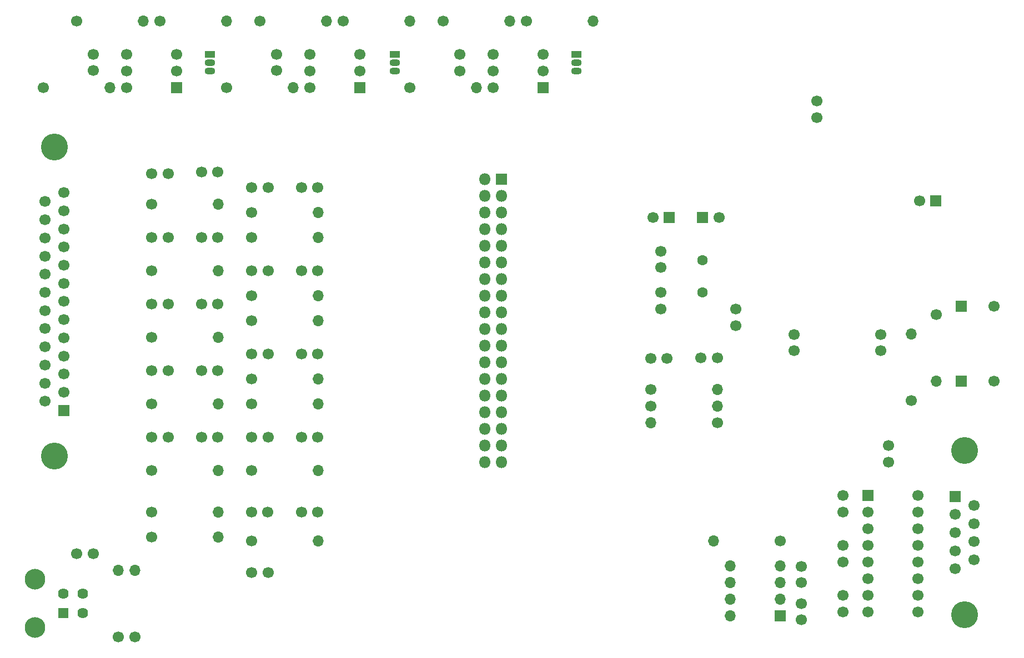
<source format=gbr>
%TF.GenerationSoftware,KiCad,Pcbnew,(5.1.6)-1*%
%TF.CreationDate,2020-07-18T16:19:54-07:00*%
%TF.ProjectId,BPEM488THD,4250454d-3438-4385-9448-442e6b696361,rev?*%
%TF.SameCoordinates,Original*%
%TF.FileFunction,Soldermask,Bot*%
%TF.FilePolarity,Negative*%
%FSLAX46Y46*%
G04 Gerber Fmt 4.6, Leading zero omitted, Abs format (unit mm)*
G04 Created by KiCad (PCBNEW (5.1.6)-1) date 2020-07-18 16:19:54*
%MOMM*%
%LPD*%
G01*
G04 APERTURE LIST*
%ADD10C,4.100000*%
%ADD11C,1.700000*%
%ADD12R,1.700000X1.700000*%
%ADD13O,1.700000X1.700000*%
%ADD14C,1.600000*%
%ADD15R,1.600000X1.100000*%
%ADD16O,1.600000X1.100000*%
%ADD17O,1.800000X1.800000*%
%ADD18R,1.800000X1.800000*%
%ADD19R,1.624000X1.624000*%
%ADD20C,1.624000*%
%ADD21C,3.148000*%
G04 APERTURE END LIST*
D10*
%TO.C,J202*%
X69065000Y-120976000D03*
X69065000Y-73876000D03*
D11*
X67645000Y-82191000D03*
X67645000Y-84961000D03*
X67645000Y-87731000D03*
X67645000Y-90501000D03*
X67645000Y-93271000D03*
X67645000Y-96041000D03*
X67645000Y-98811000D03*
X67645000Y-101581000D03*
X67645000Y-104351000D03*
X67645000Y-107121000D03*
X67645000Y-109891000D03*
X67645000Y-112661000D03*
X70485000Y-80806000D03*
X70485000Y-83576000D03*
X70485000Y-86346000D03*
X70485000Y-89116000D03*
X70485000Y-91886000D03*
X70485000Y-94656000D03*
X70485000Y-97426000D03*
X70485000Y-100196000D03*
X70485000Y-102966000D03*
X70485000Y-105736000D03*
X70485000Y-108506000D03*
X70485000Y-111276000D03*
D12*
X70485000Y-114046000D03*
%TD*%
D10*
%TO.C,J201*%
X207795000Y-120200000D03*
X207795000Y-145200000D03*
D11*
X209215000Y-136855000D03*
X209215000Y-134085000D03*
X209215000Y-131315000D03*
X209215000Y-128545000D03*
X206375000Y-138240000D03*
X206375000Y-135470000D03*
X206375000Y-132700000D03*
X206375000Y-129930000D03*
D12*
X206375000Y-127160000D03*
%TD*%
D13*
%TO.C,R211*%
X109220000Y-133985000D03*
D11*
X99060000Y-133985000D03*
%TD*%
%TO.C,C232*%
X196215000Y-121920000D03*
X196215000Y-119420000D03*
%TD*%
%TO.C,C231*%
X189230000Y-134660000D03*
X189230000Y-137160000D03*
%TD*%
%TO.C,U205*%
X200660000Y-144780000D03*
X193040000Y-144780000D03*
X200660000Y-127000000D03*
X200660000Y-129540000D03*
X200660000Y-132080000D03*
X200660000Y-134620000D03*
X200660000Y-137160000D03*
X200660000Y-139700000D03*
X200660000Y-142240000D03*
X193040000Y-142240000D03*
X193040000Y-139700000D03*
X193040000Y-137160000D03*
X193040000Y-134620000D03*
X193040000Y-132080000D03*
X193040000Y-129540000D03*
D12*
X193040000Y-127000000D03*
%TD*%
D11*
%TO.C,C303*%
X185320000Y-69368000D03*
X185320000Y-66868000D03*
%TD*%
%TO.C,C307*%
X170355000Y-84613000D03*
D12*
X167855000Y-84613000D03*
%TD*%
D14*
%TO.C,Y301*%
X167855000Y-91163000D03*
X167855000Y-96043000D03*
%TD*%
D11*
%TO.C,U204*%
X80010000Y-64770000D03*
X80010000Y-62230000D03*
X80010000Y-59690000D03*
X87630000Y-59690000D03*
X87630000Y-62230000D03*
D12*
X87630000Y-64770000D03*
%TD*%
D11*
%TO.C,U203*%
X107950000Y-64770000D03*
X107950000Y-62230000D03*
X107950000Y-59690000D03*
X115570000Y-59690000D03*
X115570000Y-62230000D03*
D12*
X115570000Y-64770000D03*
%TD*%
D11*
%TO.C,U202*%
X135890000Y-64820000D03*
X135890000Y-62280000D03*
X135890000Y-59740000D03*
X143510000Y-59740000D03*
X143510000Y-62280000D03*
D12*
X143510000Y-64820000D03*
%TD*%
D13*
%TO.C,U201*%
X172085000Y-145415000D03*
X179705000Y-137795000D03*
X172085000Y-142875000D03*
X179705000Y-140335000D03*
X172085000Y-140335000D03*
X179705000Y-142875000D03*
X172085000Y-137795000D03*
D12*
X179705000Y-145415000D03*
%TD*%
D13*
%TO.C,R304*%
X199715000Y-102393000D03*
D11*
X199715000Y-112553000D03*
%TD*%
D13*
%TO.C,R303*%
X203525000Y-109543000D03*
D11*
X203525000Y-99383000D03*
%TD*%
D13*
%TO.C,R302*%
X78740000Y-138430000D03*
D11*
X78740000Y-148590000D03*
%TD*%
D13*
%TO.C,R301*%
X81280000Y-138430000D03*
D11*
X81280000Y-148590000D03*
%TD*%
D13*
%TO.C,R225*%
X133350000Y-64770000D03*
D11*
X123190000Y-64770000D03*
%TD*%
D13*
%TO.C,R214*%
X160000000Y-115976000D03*
D11*
X170160000Y-115976000D03*
%TD*%
D13*
%TO.C,R204*%
X109220000Y-87630000D03*
D11*
X99060000Y-87630000D03*
%TD*%
D13*
%TO.C,R203*%
X170160000Y-110896000D03*
D11*
X160000000Y-110896000D03*
%TD*%
D13*
%TO.C,R202*%
X170160000Y-113436000D03*
D11*
X160000000Y-113436000D03*
%TD*%
D13*
%TO.C,R201*%
X169545000Y-133985000D03*
D11*
X179705000Y-133985000D03*
%TD*%
D15*
%TO.C,Q203*%
X92710000Y-59690000D03*
D16*
X92710000Y-62230000D03*
X92710000Y-60960000D03*
%TD*%
D15*
%TO.C,Q202*%
X120930000Y-59690000D03*
D16*
X120930000Y-62230000D03*
X120930000Y-60960000D03*
%TD*%
D15*
%TO.C,Q201*%
X148590000Y-59690000D03*
D16*
X148590000Y-62230000D03*
X148590000Y-60960000D03*
%TD*%
D17*
%TO.C,J302*%
X134620000Y-121920000D03*
X137160000Y-121920000D03*
X134620000Y-119380000D03*
X137160000Y-119380000D03*
X134620000Y-116840000D03*
X137160000Y-116840000D03*
X134620000Y-114300000D03*
X137160000Y-114300000D03*
X134620000Y-111760000D03*
X137160000Y-111760000D03*
X134620000Y-109220000D03*
X137160000Y-109220000D03*
X134620000Y-106680000D03*
X137160000Y-106680000D03*
X134620000Y-104140000D03*
X137160000Y-104140000D03*
X134620000Y-101600000D03*
X137160000Y-101600000D03*
X134620000Y-99060000D03*
X137160000Y-99060000D03*
X134620000Y-96520000D03*
X137160000Y-96520000D03*
X134620000Y-93980000D03*
X137160000Y-93980000D03*
X134620000Y-91440000D03*
X137160000Y-91440000D03*
X134620000Y-88900000D03*
X137160000Y-88900000D03*
X134620000Y-86360000D03*
X137160000Y-86360000D03*
X134620000Y-83820000D03*
X137160000Y-83820000D03*
X134620000Y-81280000D03*
X137160000Y-81280000D03*
X134620000Y-78740000D03*
D18*
X137160000Y-78740000D03*
%TD*%
D19*
%TO.C,J301*%
X70358000Y-145010000D03*
D20*
X70358000Y-142010000D03*
D21*
X66038000Y-147170000D03*
X66038000Y-139850000D03*
D20*
X73358000Y-145010000D03*
X73358000Y-142010000D03*
%TD*%
D11*
%TO.C,C312*%
X212335000Y-109543000D03*
D12*
X207335000Y-109543000D03*
%TD*%
D11*
%TO.C,C311*%
X212335000Y-98113000D03*
D12*
X207335000Y-98113000D03*
%TD*%
D11*
%TO.C,C310*%
X172935000Y-101118000D03*
X172935000Y-98618000D03*
%TD*%
%TO.C,C309*%
X160275000Y-84613000D03*
D12*
X162775000Y-84613000D03*
%TD*%
D11*
%TO.C,C308*%
X72430000Y-135890000D03*
X74930000Y-135890000D03*
%TD*%
%TO.C,C306*%
X200915000Y-82073000D03*
D12*
X203415000Y-82073000D03*
%TD*%
D11*
%TO.C,C305*%
X195005000Y-102433000D03*
X195005000Y-104933000D03*
%TD*%
%TO.C,C304*%
X181855000Y-102433000D03*
X181855000Y-104933000D03*
%TD*%
%TO.C,C302*%
X161505000Y-98543000D03*
X161505000Y-96043000D03*
%TD*%
%TO.C,C301*%
X161505000Y-89733000D03*
X161505000Y-92233000D03*
%TD*%
%TO.C,C229*%
X74930000Y-62190000D03*
X74930000Y-59690000D03*
%TD*%
%TO.C,C228*%
X102870000Y-62190000D03*
X102870000Y-59690000D03*
%TD*%
%TO.C,C227*%
X130810000Y-62240000D03*
X130810000Y-59740000D03*
%TD*%
%TO.C,C218*%
X182880000Y-146010000D03*
X182880000Y-143510000D03*
%TD*%
%TO.C,C217*%
X182880000Y-137835000D03*
X182880000Y-140335000D03*
%TD*%
%TO.C,C212*%
X99100000Y-105410000D03*
X101600000Y-105410000D03*
%TD*%
%TO.C,C211*%
X99100000Y-92710000D03*
X101600000Y-92710000D03*
%TD*%
%TO.C,C210*%
X99100000Y-80010000D03*
X101600000Y-80010000D03*
%TD*%
%TO.C,C209*%
X159940000Y-106136000D03*
X162440000Y-106136000D03*
%TD*%
%TO.C,C204*%
X109180000Y-105410000D03*
X106680000Y-105410000D03*
%TD*%
%TO.C,C203*%
X109180000Y-92710000D03*
X106680000Y-92710000D03*
%TD*%
%TO.C,C202*%
X109180000Y-80010000D03*
X106680000Y-80010000D03*
%TD*%
%TO.C,C201*%
X170120000Y-106070000D03*
X167620000Y-106070000D03*
%TD*%
%TO.C,C205*%
X109180000Y-118110000D03*
X106680000Y-118110000D03*
%TD*%
%TO.C,C206*%
X106680000Y-129540000D03*
X109180000Y-129540000D03*
%TD*%
%TO.C,C207*%
X99120000Y-138800000D03*
X101620000Y-138800000D03*
%TD*%
%TO.C,C208*%
X91440000Y-77650000D03*
X93940000Y-77650000D03*
%TD*%
%TO.C,C213*%
X101600000Y-118110000D03*
X99100000Y-118110000D03*
%TD*%
%TO.C,C214*%
X99060000Y-129540000D03*
X101560000Y-129540000D03*
%TD*%
%TO.C,C216*%
X86360000Y-77880000D03*
X83860000Y-77880000D03*
%TD*%
%TO.C,C219*%
X93940000Y-87630000D03*
X91440000Y-87630000D03*
%TD*%
%TO.C,C220*%
X91440000Y-97790000D03*
X93940000Y-97790000D03*
%TD*%
%TO.C,C221*%
X93940000Y-107950000D03*
X91440000Y-107950000D03*
%TD*%
%TO.C,C222*%
X91440000Y-118110000D03*
X93940000Y-118110000D03*
%TD*%
%TO.C,C223*%
X83860000Y-87630000D03*
X86360000Y-87630000D03*
%TD*%
%TO.C,C224*%
X86360000Y-97790000D03*
X83860000Y-97790000D03*
%TD*%
%TO.C,C225*%
X83860000Y-107950000D03*
X86360000Y-107950000D03*
%TD*%
%TO.C,C226*%
X86360000Y-118110000D03*
X83860000Y-118110000D03*
%TD*%
%TO.C,C230*%
X189230000Y-129540000D03*
X189230000Y-127040000D03*
%TD*%
%TO.C,C233*%
X189230000Y-142280000D03*
X189230000Y-144780000D03*
%TD*%
%TO.C,R205*%
X99060000Y-83820000D03*
D13*
X109220000Y-83820000D03*
%TD*%
%TO.C,R206*%
X109220000Y-100330000D03*
D11*
X99060000Y-100330000D03*
%TD*%
D13*
%TO.C,R207*%
X109220000Y-96520000D03*
D11*
X99060000Y-96520000D03*
%TD*%
D13*
%TO.C,R208*%
X109220000Y-113030000D03*
D11*
X99060000Y-113030000D03*
%TD*%
%TO.C,R209*%
X99060000Y-109220000D03*
D13*
X109220000Y-109220000D03*
%TD*%
D11*
%TO.C,R210*%
X99060000Y-123190000D03*
D13*
X109220000Y-123190000D03*
%TD*%
D11*
%TO.C,R212*%
X83820000Y-133350000D03*
D13*
X93980000Y-133350000D03*
%TD*%
%TO.C,R213*%
X93980000Y-82550000D03*
D11*
X83820000Y-82550000D03*
%TD*%
D13*
%TO.C,R215*%
X93980000Y-92710000D03*
D11*
X83820000Y-92710000D03*
%TD*%
%TO.C,R216*%
X83820000Y-102870000D03*
D13*
X93980000Y-102870000D03*
%TD*%
%TO.C,R217*%
X93980000Y-113030000D03*
D11*
X83820000Y-113030000D03*
%TD*%
%TO.C,R218*%
X83820000Y-123190000D03*
D13*
X93980000Y-123190000D03*
%TD*%
D11*
%TO.C,R219*%
X140970000Y-54610000D03*
D13*
X151130000Y-54610000D03*
%TD*%
%TO.C,R220*%
X123190000Y-54610000D03*
D11*
X113030000Y-54610000D03*
%TD*%
%TO.C,R221*%
X85090000Y-54610000D03*
D13*
X95250000Y-54610000D03*
%TD*%
%TO.C,R222*%
X138430000Y-54610000D03*
D11*
X128270000Y-54610000D03*
%TD*%
%TO.C,R223*%
X100330000Y-54610000D03*
D13*
X110490000Y-54610000D03*
%TD*%
%TO.C,R224*%
X82550000Y-54610000D03*
D11*
X72390000Y-54610000D03*
%TD*%
%TO.C,R226*%
X95250000Y-64770000D03*
D13*
X105410000Y-64770000D03*
%TD*%
%TO.C,R227*%
X77470000Y-64770000D03*
D11*
X67310000Y-64770000D03*
%TD*%
%TO.C,R228*%
X83820000Y-129540000D03*
D13*
X93980000Y-129540000D03*
%TD*%
M02*

</source>
